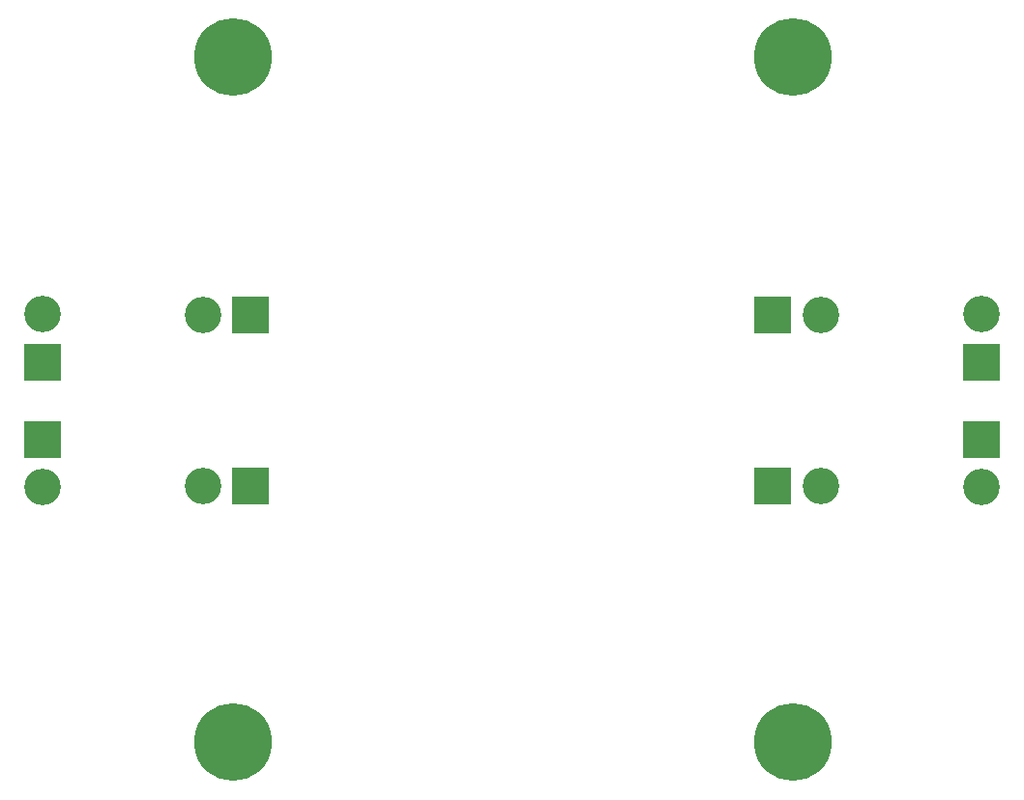
<source format=gbs>
G04 #@! TF.FileFunction,Soldermask,Bot*
%FSLAX46Y46*%
G04 Gerber Fmt 4.6, Leading zero omitted, Abs format (unit mm)*
G04 Created by KiCad (PCBNEW 4.0.6) date Fri Jul 14 09:31:39 2017*
%MOMM*%
%LPD*%
G01*
G04 APERTURE LIST*
%ADD10C,0.100000*%
%ADD11C,6.800000*%
%ADD12R,3.200000X3.200000*%
%ADD13C,3.200000*%
G04 APERTURE END LIST*
D10*
D11*
X124001100Y-135003600D03*
X124001100Y-75003600D03*
X173001100Y-75003600D03*
X173001100Y-135003600D03*
D12*
X125569400Y-112574576D03*
D13*
X121369400Y-112574576D03*
D12*
X125569400Y-97588576D03*
D13*
X121369400Y-97588576D03*
D12*
X107340400Y-108454800D03*
D13*
X107340400Y-112654800D03*
D12*
X107340400Y-101710400D03*
D13*
X107340400Y-97510400D03*
D12*
X171289400Y-97588576D03*
D13*
X175489400Y-97588576D03*
D12*
X171289400Y-112574576D03*
D13*
X175489400Y-112574576D03*
D12*
X189518400Y-108454800D03*
D13*
X189518400Y-112654800D03*
D12*
X189518400Y-101710400D03*
D13*
X189518400Y-97510400D03*
M02*

</source>
